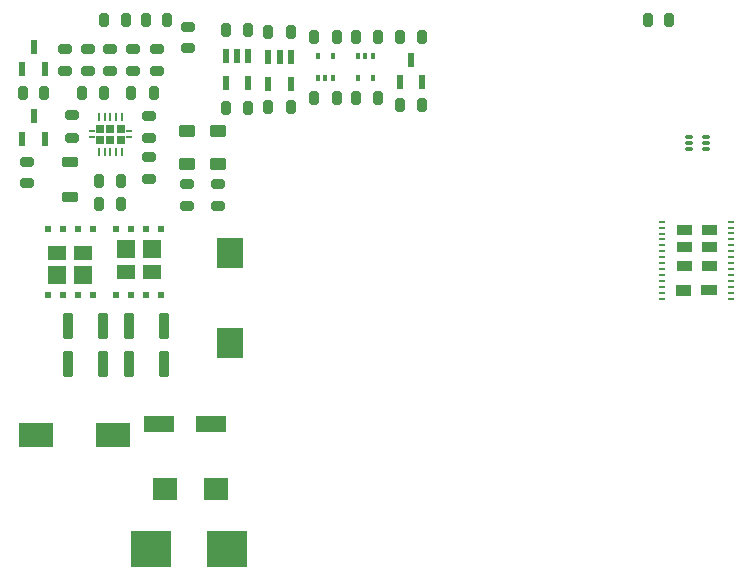
<source format=gtp>
G04 #@! TF.GenerationSoftware,KiCad,Pcbnew,7.0.7-7.0.7~ubuntu22.04.1*
G04 #@! TF.CreationDate,2023-11-13T10:42:29+01:00*
G04 #@! TF.ProjectId,piaxe,70696178-652e-46b6-9963-61645f706362,rev?*
G04 #@! TF.SameCoordinates,Original*
G04 #@! TF.FileFunction,Paste,Top*
G04 #@! TF.FilePolarity,Positive*
%FSLAX46Y46*%
G04 Gerber Fmt 4.6, Leading zero omitted, Abs format (unit mm)*
G04 Created by KiCad (PCBNEW 7.0.7-7.0.7~ubuntu22.04.1) date 2023-11-13 10:42:29*
%MOMM*%
%LPD*%
G01*
G04 APERTURE LIST*
G04 Aperture macros list*
%AMRoundRect*
0 Rectangle with rounded corners*
0 $1 Rounding radius*
0 $2 $3 $4 $5 $6 $7 $8 $9 X,Y pos of 4 corners*
0 Add a 4 corners polygon primitive as box body*
4,1,4,$2,$3,$4,$5,$6,$7,$8,$9,$2,$3,0*
0 Add four circle primitives for the rounded corners*
1,1,$1+$1,$2,$3*
1,1,$1+$1,$4,$5*
1,1,$1+$1,$6,$7*
1,1,$1+$1,$8,$9*
0 Add four rect primitives between the rounded corners*
20,1,$1+$1,$2,$3,$4,$5,0*
20,1,$1+$1,$4,$5,$6,$7,0*
20,1,$1+$1,$6,$7,$8,$9,0*
20,1,$1+$1,$8,$9,$2,$3,0*%
G04 Aperture macros list end*
%ADD10C,0.001000*%
%ADD11RoundRect,0.002500X0.237500X-0.587500X0.237500X0.587500X-0.237500X0.587500X-0.237500X-0.587500X0*%
%ADD12RoundRect,0.017500X-0.222500X0.512500X-0.222500X-0.512500X0.222500X-0.512500X0.222500X0.512500X0*%
%ADD13RoundRect,0.147500X0.262500X0.412500X-0.262500X0.412500X-0.262500X-0.412500X0.262500X-0.412500X0*%
%ADD14RoundRect,0.150000X-0.430000X0.250000X-0.430000X-0.250000X0.430000X-0.250000X0.430000X0.250000X0*%
%ADD15RoundRect,0.147500X-0.262500X-0.412500X0.262500X-0.412500X0.262500X0.412500X-0.262500X0.412500X0*%
%ADD16RoundRect,0.147500X0.412500X-0.262500X0.412500X0.262500X-0.412500X0.262500X-0.412500X-0.262500X0*%
%ADD17RoundRect,0.150000X0.250000X0.430000X-0.250000X0.430000X-0.250000X-0.430000X0.250000X-0.430000X0*%
%ADD18RoundRect,0.000000X1.200000X0.640000X-1.200000X0.640000X-1.200000X-0.640000X1.200000X-0.640000X0*%
%ADD19RoundRect,0.147500X-0.412500X0.262500X-0.412500X-0.262500X0.412500X-0.262500X0.412500X0.262500X0*%
%ADD20R,2.240000X2.640000*%
%ADD21RoundRect,0.125000X-0.575000X0.375000X-0.575000X-0.375000X0.575000X-0.375000X0.575000X0.375000X0*%
%ADD22RoundRect,0.135000X-0.325000X-0.945000X0.325000X-0.945000X0.325000X0.945000X-0.325000X0.945000X0*%
%ADD23RoundRect,0.000000X-1.000000X-0.920000X1.000000X-0.920000X1.000000X0.920000X-1.000000X0.920000X0*%
%ADD24RoundRect,0.137500X-0.562500X0.312500X-0.562500X-0.312500X0.562500X-0.312500X0.562500X0.312500X0*%
%ADD25RoundRect,0.150000X-0.250000X-0.430000X0.250000X-0.430000X0.250000X0.430000X-0.250000X0.430000X0*%
%ADD26RoundRect,0.135000X0.325000X0.945000X-0.325000X0.945000X-0.325000X-0.945000X0.325000X-0.945000X0*%
%ADD27R,0.320000X0.520000*%
%ADD28R,1.570000X1.235000*%
%ADD29R,1.570000X1.585000*%
%ADD30R,0.490000X0.490000*%
%ADD31R,0.633600X0.176800*%
%ADD32RoundRect,0.000000X-1.400000X-1.000000X1.400000X-1.000000X1.400000X1.000000X-1.400000X1.000000X0*%
%ADD33RoundRect,0.150000X0.430000X-0.250000X0.430000X0.250000X-0.430000X0.250000X-0.430000X-0.250000X0*%
%ADD34RoundRect,0.000000X-0.268000X-0.120000X0.268000X-0.120000X0.268000X0.120000X-0.268000X0.120000X0*%
%ADD35R,3.396000X3.048000*%
%ADD36R,0.640000X0.640000*%
%ADD37R,0.224000X0.680000*%
%ADD38R,0.560000X0.224000*%
G04 APERTURE END LIST*
D10*
X233977000Y-84559000D02*
X232777000Y-84559000D01*
X232777000Y-84559000D02*
X232777000Y-83769000D01*
X232777000Y-83769000D02*
X233977000Y-83769000D01*
X233977000Y-83769000D02*
X233977000Y-84559000D01*
G36*
X233977000Y-84559000D02*
G01*
X232777000Y-84559000D01*
X232777000Y-83769000D01*
X233977000Y-83769000D01*
X233977000Y-84559000D01*
G37*
X233977000Y-81529000D02*
X232777000Y-81529000D01*
X232777000Y-81529000D02*
X232777000Y-80739000D01*
X232777000Y-80739000D02*
X233977000Y-80739000D01*
X233977000Y-80739000D02*
X233977000Y-81529000D01*
G36*
X233977000Y-81529000D02*
G01*
X232777000Y-81529000D01*
X232777000Y-80739000D01*
X233977000Y-80739000D01*
X233977000Y-81529000D01*
G37*
X233957000Y-82969000D02*
X232757000Y-82969000D01*
X232757000Y-82969000D02*
X232757000Y-82179000D01*
X232757000Y-82179000D02*
X233957000Y-82179000D01*
X233957000Y-82179000D02*
X233957000Y-82969000D01*
G36*
X233957000Y-82969000D02*
G01*
X232757000Y-82969000D01*
X232757000Y-82179000D01*
X233957000Y-82179000D01*
X233957000Y-82969000D01*
G37*
X233927000Y-86639000D02*
X232727000Y-86639000D01*
X232727000Y-86639000D02*
X232727000Y-85849000D01*
X232727000Y-85849000D02*
X233927000Y-85849000D01*
X233927000Y-85849000D02*
X233927000Y-86639000D01*
G36*
X233927000Y-86639000D02*
G01*
X232727000Y-86639000D01*
X232727000Y-85849000D01*
X233927000Y-85849000D01*
X233927000Y-86639000D01*
G37*
X231847000Y-84564000D02*
X230647000Y-84564000D01*
X230647000Y-84564000D02*
X230647000Y-83774000D01*
X230647000Y-83774000D02*
X231847000Y-83774000D01*
X231847000Y-83774000D02*
X231847000Y-84564000D01*
G36*
X231847000Y-84564000D02*
G01*
X230647000Y-84564000D01*
X230647000Y-83774000D01*
X231847000Y-83774000D01*
X231847000Y-84564000D01*
G37*
X231847000Y-81534000D02*
X230647000Y-81534000D01*
X230647000Y-81534000D02*
X230647000Y-80744000D01*
X230647000Y-80744000D02*
X231847000Y-80744000D01*
X231847000Y-80744000D02*
X231847000Y-81534000D01*
G36*
X231847000Y-81534000D02*
G01*
X230647000Y-81534000D01*
X230647000Y-80744000D01*
X231847000Y-80744000D01*
X231847000Y-81534000D01*
G37*
X231827000Y-82974000D02*
X230627000Y-82974000D01*
X230627000Y-82974000D02*
X230627000Y-82184000D01*
X230627000Y-82184000D02*
X231827000Y-82184000D01*
X231827000Y-82184000D02*
X231827000Y-82974000D01*
G36*
X231827000Y-82974000D02*
G01*
X230627000Y-82974000D01*
X230627000Y-82184000D01*
X231827000Y-82184000D01*
X231827000Y-82974000D01*
G37*
X231797000Y-86644000D02*
X230597000Y-86644000D01*
X230597000Y-86644000D02*
X230597000Y-85854000D01*
X230597000Y-85854000D02*
X231797000Y-85854000D01*
X231797000Y-85854000D02*
X231797000Y-86644000D01*
G36*
X231797000Y-86644000D02*
G01*
X230597000Y-86644000D01*
X230597000Y-85854000D01*
X231797000Y-85854000D01*
X231797000Y-86644000D01*
G37*
D11*
X175237500Y-67525000D03*
X177137500Y-67525000D03*
X176187500Y-65650000D03*
D12*
X194350000Y-66425000D03*
X193400000Y-66425000D03*
X192450000Y-66425000D03*
X192450000Y-68700000D03*
X194350000Y-68700000D03*
D13*
X183592200Y-77000000D03*
X181767200Y-77000000D03*
D14*
X185949314Y-74986937D03*
X185949314Y-76886937D03*
D13*
X177100000Y-69550000D03*
X175275000Y-69550000D03*
D15*
X185675000Y-63400000D03*
X187500000Y-63400000D03*
D16*
X189250000Y-65812500D03*
X189250000Y-63987500D03*
D17*
X186360800Y-69551337D03*
X184460800Y-69551337D03*
D18*
X191222200Y-97572300D03*
X186822200Y-97572300D03*
D19*
X184648800Y-65895637D03*
X184648800Y-67720637D03*
D20*
X192786000Y-83100000D03*
X192786000Y-90710000D03*
D19*
X186630000Y-65895637D03*
X186630000Y-67720637D03*
D21*
X189200000Y-72800000D03*
X189200000Y-75600000D03*
D22*
X179110000Y-89350000D03*
X182060000Y-89350000D03*
D23*
X187334000Y-103124000D03*
X191634000Y-103124000D03*
D24*
X179294514Y-75454837D03*
X179294514Y-78379837D03*
D19*
X178839200Y-65895637D03*
X178839200Y-67720637D03*
X175600000Y-75387500D03*
X175600000Y-77212500D03*
D25*
X199950000Y-64800000D03*
X201850000Y-64800000D03*
D26*
X187198900Y-92550000D03*
X184248900Y-92550000D03*
D19*
X180769600Y-65895637D03*
X180769600Y-67720637D03*
D17*
X197972000Y-70800000D03*
X196072000Y-70800000D03*
D27*
X204930000Y-66430000D03*
X204280000Y-66430000D03*
X203630000Y-66430000D03*
X203630000Y-68330000D03*
X204930000Y-68330000D03*
D28*
X180393900Y-83102300D03*
X178203900Y-83102300D03*
D29*
X180393900Y-85012300D03*
X178203900Y-85012300D03*
D30*
X181203900Y-81099800D03*
X179933900Y-81099800D03*
X178663900Y-81099800D03*
X177393900Y-81099800D03*
X181203900Y-86699800D03*
X179933900Y-86699800D03*
X178663900Y-86699800D03*
X177393900Y-86699800D03*
D28*
X183996100Y-84710100D03*
X186186100Y-84710100D03*
D29*
X183996100Y-82800100D03*
X186186100Y-82800100D03*
D30*
X183186100Y-86712600D03*
X184456100Y-86712600D03*
X185726100Y-86712600D03*
X186996100Y-86712600D03*
X183186100Y-81112600D03*
X184456100Y-81112600D03*
X185726100Y-81112600D03*
X186996100Y-81112600D03*
D17*
X205350000Y-70000000D03*
X203450000Y-70000000D03*
D25*
X181729700Y-79000000D03*
X183629700Y-79000000D03*
D14*
X179452000Y-71473200D03*
X179452000Y-73373200D03*
D21*
X191800000Y-72800000D03*
X191800000Y-75600000D03*
D15*
X228187500Y-63400000D03*
X230012500Y-63400000D03*
D17*
X194350000Y-64260500D03*
X192450000Y-64260500D03*
X201850000Y-70000000D03*
X199950000Y-70000000D03*
X197972000Y-64393000D03*
X196072000Y-64393000D03*
D31*
X235263000Y-86997000D03*
X235263000Y-86495000D03*
X235263000Y-85993000D03*
X235263000Y-85491000D03*
X235263000Y-84989000D03*
X235263000Y-84487000D03*
X235263000Y-83985000D03*
X235263000Y-83483000D03*
X235263000Y-82981000D03*
X235263000Y-82479000D03*
X235263000Y-81977000D03*
X235263000Y-81475000D03*
X235263000Y-80973000D03*
X235263000Y-80471000D03*
X229431000Y-80484000D03*
X229431000Y-80984000D03*
X229431000Y-81484000D03*
X229431000Y-81984000D03*
X229431000Y-82484000D03*
X229431000Y-82981000D03*
X229431000Y-83484000D03*
X229431000Y-83985000D03*
X229431000Y-84487000D03*
X229431000Y-84989000D03*
X229431000Y-85491000D03*
X229431000Y-85984000D03*
X229431000Y-86495000D03*
X229431000Y-86984000D03*
D11*
X175250000Y-73437500D03*
X177150000Y-73437500D03*
X176200000Y-71562500D03*
D16*
X191800000Y-79112500D03*
X191800000Y-77287500D03*
D13*
X209062500Y-70600000D03*
X207237500Y-70600000D03*
D32*
X176374200Y-98552000D03*
X182874200Y-98552000D03*
D25*
X203450000Y-64800000D03*
X205350000Y-64800000D03*
D17*
X194350000Y-70864500D03*
X192450000Y-70864500D03*
D33*
X182700000Y-67758137D03*
X182700000Y-65858137D03*
D22*
X179110000Y-92550000D03*
X182060000Y-92550000D03*
D26*
X187208900Y-89350000D03*
X184258900Y-89350000D03*
D34*
X231660000Y-73300000D03*
X231660000Y-73800000D03*
X231660000Y-74300000D03*
X233140000Y-74300000D03*
X233140000Y-73800000D03*
X233140000Y-73300000D03*
D35*
X186157000Y-108204000D03*
X192532000Y-108204000D03*
D16*
X189200000Y-79112500D03*
X189200000Y-77287500D03*
D12*
X197972000Y-66557500D03*
X197022000Y-66557500D03*
X196072000Y-66557500D03*
X196072000Y-68832500D03*
X197972000Y-68832500D03*
D36*
X183561714Y-72604537D03*
X182701714Y-72604537D03*
X181841714Y-72604537D03*
X183561714Y-73564537D03*
X182701714Y-73564537D03*
X181841714Y-73564537D03*
D37*
X183701714Y-71609537D03*
X183201714Y-71609537D03*
X182701714Y-71609537D03*
X182201714Y-71609537D03*
X181701714Y-71609537D03*
X181701714Y-74559537D03*
X182201714Y-74559537D03*
X182701714Y-74559537D03*
X183201714Y-74559537D03*
X183701714Y-74559537D03*
D38*
X184251714Y-72834537D03*
X181151714Y-72834537D03*
X184251714Y-73334537D03*
X181151714Y-73334537D03*
D11*
X207200000Y-68637500D03*
X209100000Y-68637500D03*
X208150000Y-66762500D03*
D13*
X184012500Y-63400000D03*
X182187500Y-63400000D03*
D17*
X182190114Y-69551337D03*
X180290114Y-69551337D03*
D14*
X185949314Y-71496937D03*
X185949314Y-73396937D03*
D15*
X207237500Y-64800000D03*
X209062500Y-64800000D03*
D27*
X200230000Y-68330000D03*
X200880000Y-68330000D03*
X201530000Y-68330000D03*
X201530000Y-66430000D03*
X200230000Y-66430000D03*
M02*

</source>
